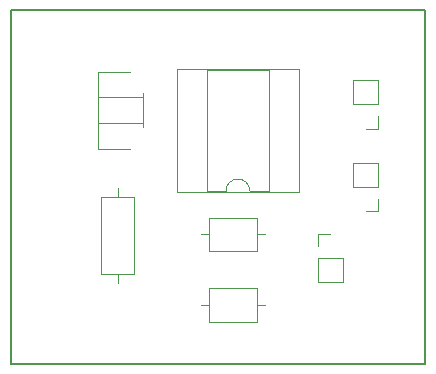
<source format=gbr>
G04 #@! TF.GenerationSoftware,KiCad,Pcbnew,(5.1.10)-1*
G04 #@! TF.CreationDate,2021-06-23T07:40:26+02:00*
G04 #@! TF.ProjectId,inyector-audio,696e7965-6374-46f7-922d-617564696f2e,3.0*
G04 #@! TF.SameCoordinates,Original*
G04 #@! TF.FileFunction,Legend,Top*
G04 #@! TF.FilePolarity,Positive*
%FSLAX46Y46*%
G04 Gerber Fmt 4.6, Leading zero omitted, Abs format (unit mm)*
G04 Created by KiCad (PCBNEW (5.1.10)-1) date 2021-06-23 07:40:26*
%MOMM*%
%LPD*%
G01*
G04 APERTURE LIST*
G04 #@! TA.AperFunction,Profile*
%ADD10C,0.150000*%
G04 #@! TD*
%ADD11C,0.120000*%
G04 APERTURE END LIST*
D10*
X85000000Y-71000000D02*
X120000000Y-71000000D01*
X85000000Y-101000000D02*
X85000000Y-71000000D01*
X120000000Y-101000000D02*
X85000000Y-101000000D01*
X120000000Y-71000000D02*
X120000000Y-101000000D01*
D11*
X99050000Y-86390000D02*
X109330000Y-86390000D01*
X99050000Y-75990000D02*
X99050000Y-86390000D01*
X109330000Y-75990000D02*
X99050000Y-75990000D01*
X109330000Y-86390000D02*
X109330000Y-75990000D01*
X101540000Y-86330000D02*
X103190000Y-86330000D01*
X101540000Y-76050000D02*
X101540000Y-86330000D01*
X106840000Y-76050000D02*
X101540000Y-76050000D01*
X106840000Y-86330000D02*
X106840000Y-76050000D01*
X105190000Y-86330000D02*
X106840000Y-86330000D01*
X103190000Y-86330000D02*
G75*
G02*
X105190000Y-86330000I1000000J0D01*
G01*
X106460000Y-90000000D02*
X105770000Y-90000000D01*
X101040000Y-90000000D02*
X101730000Y-90000000D01*
X105770000Y-88580000D02*
X101730000Y-88580000D01*
X105770000Y-91420000D02*
X105770000Y-88580000D01*
X101730000Y-91420000D02*
X105770000Y-91420000D01*
X101730000Y-88580000D02*
X101730000Y-91420000D01*
X101730000Y-94580000D02*
X101730000Y-97420000D01*
X101730000Y-97420000D02*
X105770000Y-97420000D01*
X105770000Y-97420000D02*
X105770000Y-94580000D01*
X105770000Y-94580000D02*
X101730000Y-94580000D01*
X101040000Y-96000000D02*
X101730000Y-96000000D01*
X106460000Y-96000000D02*
X105770000Y-96000000D01*
X94000000Y-94120000D02*
X94000000Y-93350000D01*
X94000000Y-86040000D02*
X94000000Y-86810000D01*
X95370000Y-93350000D02*
X95370000Y-86810000D01*
X92630000Y-93350000D02*
X95370000Y-93350000D01*
X92630000Y-86810000D02*
X92630000Y-93350000D01*
X95370000Y-86810000D02*
X92630000Y-86810000D01*
X92380000Y-80620000D02*
X92380000Y-78380000D01*
X96121000Y-80620000D02*
X96121000Y-78380000D01*
X96121000Y-78380000D02*
X92380000Y-78380000D01*
X96121000Y-80620000D02*
X92380000Y-80620000D01*
X96121000Y-80934000D02*
X96121000Y-78065000D01*
X92380000Y-82770000D02*
X92380000Y-76230000D01*
X95075000Y-76230000D02*
X92380000Y-76230000D01*
X95075000Y-82770000D02*
X92380000Y-82770000D01*
X116060000Y-76940000D02*
X113940000Y-76940000D01*
X116060000Y-79000000D02*
X116060000Y-76940000D01*
X113940000Y-79000000D02*
X113940000Y-76940000D01*
X116060000Y-79000000D02*
X113940000Y-79000000D01*
X116060000Y-80000000D02*
X116060000Y-81060000D01*
X116060000Y-81060000D02*
X115000000Y-81060000D01*
X116060000Y-88060000D02*
X115000000Y-88060000D01*
X116060000Y-87000000D02*
X116060000Y-88060000D01*
X116060000Y-86000000D02*
X113940000Y-86000000D01*
X113940000Y-86000000D02*
X113940000Y-83940000D01*
X116060000Y-86000000D02*
X116060000Y-83940000D01*
X116060000Y-83940000D02*
X113940000Y-83940000D01*
X110940000Y-94060000D02*
X113060000Y-94060000D01*
X110940000Y-92000000D02*
X110940000Y-94060000D01*
X113060000Y-92000000D02*
X113060000Y-94060000D01*
X110940000Y-92000000D02*
X113060000Y-92000000D01*
X110940000Y-91000000D02*
X110940000Y-89940000D01*
X110940000Y-89940000D02*
X112000000Y-89940000D01*
M02*

</source>
